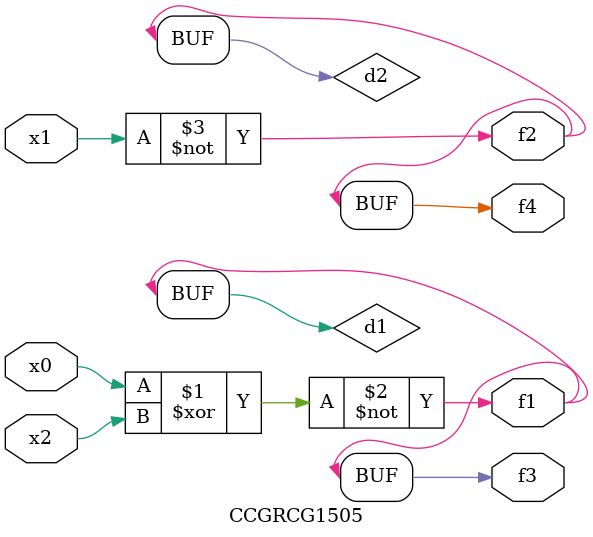
<source format=v>
module CCGRCG1505(
	input x0, x1, x2,
	output f1, f2, f3, f4
);

	wire d1, d2, d3;

	xnor (d1, x0, x2);
	nand (d2, x1);
	nor (d3, x1, x2);
	assign f1 = d1;
	assign f2 = d2;
	assign f3 = d1;
	assign f4 = d2;
endmodule

</source>
